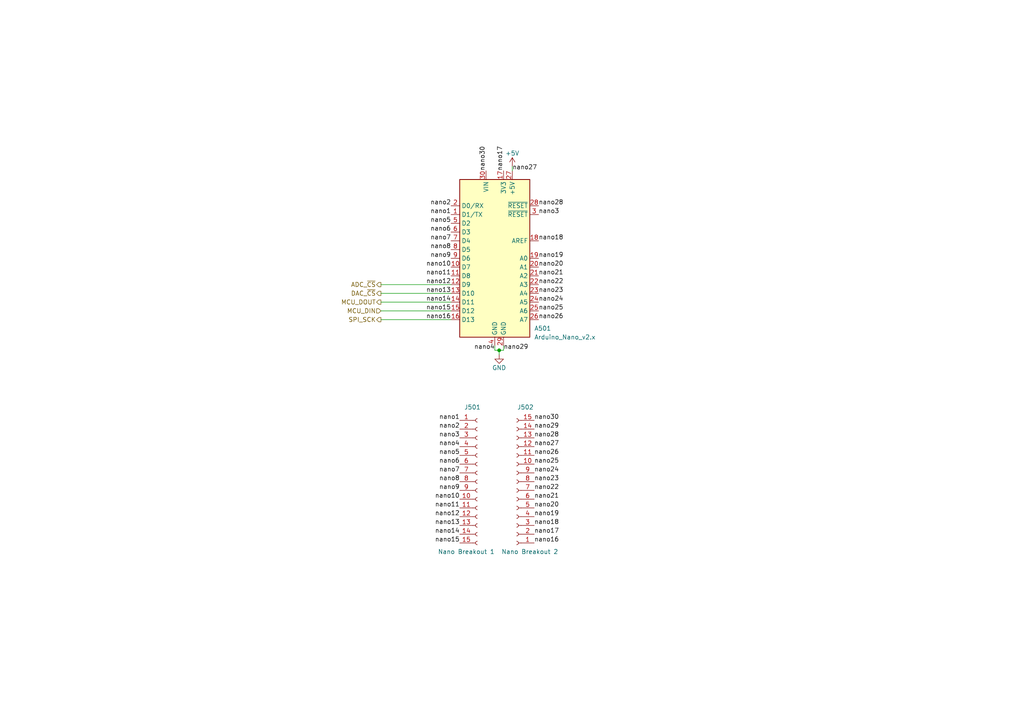
<source format=kicad_sch>
(kicad_sch (version 20211123) (generator eeschema)
  (paper "A4")
  (lib_symbols
    (symbol "Connector:Conn_01x15_Female" (pin_names (offset 1.016) hide)
      (property "Reference" "J" (at 0 20.32 0))
      (property "Value" "Conn_01x15_Female" (at 0 -20.32 0))
      (symbol "Conn_01x15_Female_1_1"
        (arc (start 0 -17.272) (mid -0.508 -17.78) (end 0 -18.288) (stroke (width 0.1524)))
        (arc (start 0 -14.732) (mid -0.508 -15.24) (end 0 -15.748) (stroke (width 0.1524)))
        (arc (start 0 -12.192) (mid -0.508 -12.7) (end 0 -13.208) (stroke (width 0.1524)))
        (arc (start 0 -9.652) (mid -0.508 -10.16) (end 0 -10.668) (stroke (width 0.1524)))
        (arc (start 0 -7.112) (mid -0.508 -7.62) (end 0 -8.128) (stroke (width 0.1524)))
        (arc (start 0 -4.572) (mid -0.508 -5.08) (end 0 -5.588) (stroke (width 0.1524)))
        (arc (start 0 -2.032) (mid -0.508 -2.54) (end 0 -3.048) (stroke (width 0.1524)))
        (polyline (pts (xy -1.27 -17.78) (xy -0.508 -17.78)) (stroke (width 0.1524)))
        (polyline (pts (xy -1.27 -15.24) (xy -0.508 -15.24)) (stroke (width 0.1524)))
        (polyline (pts (xy -1.27 -12.7) (xy -0.508 -12.7)) (stroke (width 0.1524)))
        (polyline (pts (xy -1.27 -10.16) (xy -0.508 -10.16)) (stroke (width 0.1524)))
        (polyline (pts (xy -1.27 -7.62) (xy -0.508 -7.62)) (stroke (width 0.1524)))
        (polyline (pts (xy -1.27 -5.08) (xy -0.508 -5.08)) (stroke (width 0.1524)))
        (polyline (pts (xy -1.27 -2.54) (xy -0.508 -2.54)) (stroke (width 0.1524)))
        (polyline (pts (xy -1.27 0) (xy -0.508 0)) (stroke (width 0.1524)))
        (polyline (pts (xy -1.27 2.54) (xy -0.508 2.54)) (stroke (width 0.1524)))
        (polyline (pts (xy -1.27 5.08) (xy -0.508 5.08)) (stroke (width 0.1524)))
        (polyline (pts (xy -1.27 7.62) (xy -0.508 7.62)) (stroke (width 0.1524)))
        (polyline (pts (xy -1.27 10.16) (xy -0.508 10.16)) (stroke (width 0.1524)))
        (polyline (pts (xy -1.27 12.7) (xy -0.508 12.7)) (stroke (width 0.1524)))
        (polyline (pts (xy -1.27 15.24) (xy -0.508 15.24)) (stroke (width 0.1524)))
        (polyline (pts (xy -1.27 17.78) (xy -0.508 17.78)) (stroke (width 0.1524)))
        (arc (start 0 0.508) (mid -0.508 0) (end 0 -0.508) (stroke (width 0.1524)))
        (arc (start 0 3.048) (mid -0.508 2.54) (end 0 2.032) (stroke (width 0.1524)))
        (arc (start 0 5.588) (mid -0.508 5.08) (end 0 4.572) (stroke (width 0.1524)))
        (arc (start 0 8.128) (mid -0.508 7.62) (end 0 7.112) (stroke (width 0.1524)))
        (arc (start 0 10.668) (mid -0.508 10.16) (end 0 9.652) (stroke (width 0.1524)))
        (arc (start 0 13.208) (mid -0.508 12.7) (end 0 12.192) (stroke (width 0.1524)))
        (arc (start 0 15.748) (mid -0.508 15.24) (end 0 14.732) (stroke (width 0.1524)))
        (arc (start 0 18.288) (mid -0.508 17.78) (end 0 17.272) (stroke (width 0.1524)))
        (pin passive line (at -5.08 17.78 0) (length 3.81) (name "Pin_1") (number "1"))
        (pin passive line (at -5.08 -5.08 0) (length 3.81) (name "Pin_10") (number "10"))
        (pin passive line (at -5.08 -7.62 0) (length 3.81) (name "Pin_11") (number "11"))
        (pin passive line (at -5.08 -10.16 0) (length 3.81) (name "Pin_12") (number "12"))
        (pin passive line (at -5.08 -12.7 0) (length 3.81) (name "Pin_13") (number "13"))
        (pin passive line (at -5.08 -15.24 0) (length 3.81) (name "Pin_14") (number "14"))
        (pin passive line (at -5.08 -17.78 0) (length 3.81) (name "Pin_15") (number "15"))
        (pin passive line (at -5.08 15.24 0) (length 3.81) (name "Pin_2") (number "2"))
        (pin passive line (at -5.08 12.7 0) (length 3.81) (name "Pin_3") (number "3"))
        (pin passive line (at -5.08 10.16 0) (length 3.81) (name "Pin_4") (number "4"))
        (pin passive line (at -5.08 7.62 0) (length 3.81) (name "Pin_5") (number "5"))
        (pin passive line (at -5.08 5.08 0) (length 3.81) (name "Pin_6") (number "6"))
        (pin passive line (at -5.08 2.54 0) (length 3.81) (name "Pin_7") (number "7"))
        (pin passive line (at -5.08 0 0) (length 3.81) (name "Pin_8") (number "8"))
        (pin passive line (at -5.08 -2.54 0) (length 3.81) (name "Pin_9") (number "9"))
      )
    )
    (symbol "MCU_Module:Arduino_Nano_v2.x"
      (property "Reference" "A" (at -10.16 23.495 0))
      (property "Value" "Arduino_Nano_v2.x" (at 5.08 -24.13 0))
      (symbol "Arduino_Nano_v2.x_0_1"
        (rectangle (start -10.16 22.86) (end 10.16 -22.86) (stroke (width 0.254)) (fill (type background)))
      )
      (symbol "Arduino_Nano_v2.x_1_1"
        (pin bidirectional line (at -12.7 12.7 0) (length 2.54) (name "D1/TX") (number "1"))
        (pin bidirectional line (at -12.7 -2.54 0) (length 2.54) (name "D7") (number "10"))
        (pin bidirectional line (at -12.7 -5.08 0) (length 2.54) (name "D8") (number "11"))
        (pin bidirectional line (at -12.7 -7.62 0) (length 2.54) (name "D9") (number "12"))
        (pin bidirectional line (at -12.7 -10.16 0) (length 2.54) (name "D10") (number "13"))
        (pin bidirectional line (at -12.7 -12.7 0) (length 2.54) (name "D11") (number "14"))
        (pin bidirectional line (at -12.7 -15.24 0) (length 2.54) (name "D12") (number "15"))
        (pin bidirectional line (at -12.7 -17.78 0) (length 2.54) (name "D13") (number "16"))
        (pin power_out line (at 2.54 25.4 270) (length 2.54) (name "3V3") (number "17"))
        (pin input line (at 12.7 5.08 180) (length 2.54) (name "AREF") (number "18"))
        (pin bidirectional line (at 12.7 0 180) (length 2.54) (name "A0") (number "19"))
        (pin bidirectional line (at -12.7 15.24 0) (length 2.54) (name "D0/RX") (number "2"))
        (pin bidirectional line (at 12.7 -2.54 180) (length 2.54) (name "A1") (number "20"))
        (pin bidirectional line (at 12.7 -5.08 180) (length 2.54) (name "A2") (number "21"))
        (pin bidirectional line (at 12.7 -7.62 180) (length 2.54) (name "A3") (number "22"))
        (pin bidirectional line (at 12.7 -10.16 180) (length 2.54) (name "A4") (number "23"))
        (pin bidirectional line (at 12.7 -12.7 180) (length 2.54) (name "A5") (number "24"))
        (pin bidirectional line (at 12.7 -15.24 180) (length 2.54) (name "A6") (number "25"))
        (pin bidirectional line (at 12.7 -17.78 180) (length 2.54) (name "A7") (number "26"))
        (pin power_out line (at 5.08 25.4 270) (length 2.54) (name "+5V") (number "27"))
        (pin input line (at 12.7 15.24 180) (length 2.54) (name "~{RESET}") (number "28"))
        (pin power_in line (at 2.54 -25.4 90) (length 2.54) (name "GND") (number "29"))
        (pin input line (at 12.7 12.7 180) (length 2.54) (name "~{RESET}") (number "3"))
        (pin power_in line (at -2.54 25.4 270) (length 2.54) (name "VIN") (number "30"))
        (pin power_in line (at 0 -25.4 90) (length 2.54) (name "GND") (number "4"))
        (pin bidirectional line (at -12.7 10.16 0) (length 2.54) (name "D2") (number "5"))
        (pin bidirectional line (at -12.7 7.62 0) (length 2.54) (name "D3") (number "6"))
        (pin bidirectional line (at -12.7 5.08 0) (length 2.54) (name "D4") (number "7"))
        (pin bidirectional line (at -12.7 2.54 0) (length 2.54) (name "D5") (number "8"))
        (pin bidirectional line (at -12.7 0 0) (length 2.54) (name "D6") (number "9"))
      )
    )
    (symbol "power:+5V" (power) (pin_names (offset 0))
      (property "Value" "+5V" (at 0 3.556 0))
      (symbol "+5V_0_1"
        (polyline (pts (xy -0.762 1.27) (xy 0 2.54)))
        (polyline (pts (xy 0 0) (xy 0 2.54)))
        (polyline (pts (xy 0 2.54) (xy 0.762 1.27)))
      )
      (symbol "+5V_1_1"
        (pin power_in line (at 0 0 90) (length 0) hide (name "+5V") (number "1"))
      )
    )
    (symbol "power:GND" (power) (pin_names (offset 0))
      (property "Value" "GND" (at 0 -3.81 0))
      (symbol "GND_0_1"
        (polyline (pts (xy 0 0) (xy 0 -1.27) (xy 1.27 -1.27) (xy 0 -2.54) (xy -1.27 -1.27) (xy 0 -1.27)))
      )
      (symbol "GND_1_1"
        (pin power_in line (at 0 0 270) (length 0) hide (name "GND") (number "1"))
      )
    )
  )
  (junction (at 144.78 101.6))
  (wire (pts (xy 144.78 101.6) (xy 144.78 102.87)))
  (wire (pts (xy 143.51 101.6) (xy 144.78 101.6)))
  (wire (pts (xy 146.05 101.6) (xy 146.05 100.33)))
  (wire (pts (xy 110.49 85.09) (xy 130.81 85.09)))
  (wire (pts (xy 110.49 82.55) (xy 130.81 82.55)))
  (wire (pts (xy 110.49 92.71) (xy 130.81 92.71)))
  (wire (pts (xy 110.49 90.17) (xy 130.81 90.17)))
  (wire (pts (xy 110.49 87.63) (xy 130.81 87.63)))
  (wire (pts (xy 144.78 101.6) (xy 146.05 101.6)))
  (wire (pts (xy 143.51 100.33) (xy 143.51 101.6)))
  (wire (pts (xy 148.59 48.26) (xy 148.59 49.53)))
  (label "nano24" (at 154.94 137.16 0))
  (label "nano29" (at 146.05 101.6 0))
  (label "nano23" (at 154.94 139.7 0))
  (label "nano26" (at 156.21 92.71 0))
  (label "nano24" (at 156.21 87.63 0))
  (label "nano4" (at 143.51 101.6 180))
  (label "nano5" (at 133.35 132.08 180))
  (label "nano12" (at 133.35 149.86 180))
  (label "nano19" (at 156.21 74.93 0))
  (label "nano6" (at 130.81 67.31 180))
  (label "nano8" (at 133.35 139.7 180))
  (label "nano1" (at 133.35 121.92 180))
  (label "nano15" (at 133.35 157.48 180))
  (label "nano10" (at 133.35 144.78 180))
  (label "nano28" (at 156.21 59.69 0))
  (label "nano21" (at 154.94 144.78 0))
  (label "nano4" (at 133.35 129.54 180))
  (label "nano29" (at 154.94 124.46 0))
  (label "nano7" (at 133.35 137.16 180))
  (label "nano16" (at 154.94 157.48 0))
  (label "nano28" (at 154.94 127 0))
  (label "nano27" (at 154.94 129.54 0))
  (label "nano22" (at 154.94 142.24 0))
  (label "nano11" (at 130.81 80.01 180))
  (label "nano1" (at 130.81 62.23 180))
  (label "nano14" (at 133.35 154.94 180))
  (label "nano10" (at 130.81 77.47 180))
  (label "nano2" (at 133.35 124.46 180))
  (label "nano12" (at 130.81 82.55 180))
  (label "nano27" (at 148.59 49.53 0))
  (label "nano26" (at 154.94 132.08 0))
  (label "nano14" (at 130.81 87.63 180))
  (label "nano18" (at 156.21 69.85 0))
  (label "nano30" (at 154.94 121.92 0))
  (label "nano20" (at 156.21 77.47 0))
  (label "nano18" (at 154.94 152.4 0))
  (label "nano5" (at 130.81 64.77 180))
  (label "nano9" (at 130.81 74.93 180))
  (label "nano8" (at 130.81 72.39 180))
  (label "nano30" (at 140.97 49.53 90))
  (label "nano13" (at 130.81 85.09 180))
  (label "nano21" (at 156.21 80.01 0))
  (label "nano25" (at 154.94 134.62 0))
  (label "nano11" (at 133.35 147.32 180))
  (label "nano23" (at 156.21 85.09 0))
  (label "nano7" (at 130.81 69.85 180))
  (label "nano3" (at 156.21 62.23 0))
  (label "nano2" (at 130.81 59.69 180))
  (label "nano17" (at 154.94 154.94 0))
  (label "nano13" (at 133.35 152.4 180))
  (label "nano20" (at 154.94 147.32 0))
  (label "nano17" (at 146.05 49.53 90))
  (label "nano22" (at 156.21 82.55 0))
  (label "nano16" (at 130.81 92.71 180))
  (label "nano19" (at 154.94 149.86 0))
  (label "nano6" (at 133.35 134.62 180))
  (label "nano25" (at 156.21 90.17 0))
  (label "nano15" (at 130.81 90.17 180))
  (label "nano9" (at 133.35 142.24 180))
  (label "nano3" (at 133.35 127 180))
  (hierarchical_label "SPI_SCK" (shape output) (at 110.49 92.71 180))
  (hierarchical_label "ADC_~{CS}" (shape output) (at 110.49 82.55 180))
  (hierarchical_label "MCU_DIN" (shape input) (at 110.49 90.17 180))
  (hierarchical_label "DAC_~{CS}" (shape output) (at 110.49 85.09 180))
  (hierarchical_label "MCU_DOUT" (shape output) (at 110.49 87.63 180))
  (symbol (lib_id "MCU_Module:Arduino_Nano_v2.x") (at 143.51 74.93 0) (unit 1)
    (property "Reference" "A501" (at 154.94 95.25 0) (effects (justify left)))
    (property "Value" "Arduino_Nano_v2.x" (at 154.94 97.79 0) (effects (justify left)))
    (property "Footprint" "Module:Arduino_Nano" (effects hide))
    (property "Datasheet" "https://www.arduino.cc/en/uploads/Main/ArduinoNanoManual23.pdf" (effects hide))
  )
  (symbol (lib_id "power:+5V") (at 148.59 48.26 0) (unit 1)
    (property "Reference" "#PWR0501" (effects hide))
    (property "Value" "+5V" (at 148.59 44.45 0))
  )
  (symbol (lib_id "Connector:Conn_01x15_Female") (at 149.86 139.7 180) (unit 1)
    (property "Reference" "J502" (at 152.4 118.11 0))
    (property "Value" "Nano Breakout 2" (at 153.67 160.02 0))
    (property "Footprint" "Connector_PinSocket_2.54mm:PinSocket_1x15_P2.54mm_Vertical" (effects hide))
  )
  (symbol (lib_id "Connector:Conn_01x15_Female") (at 138.43 139.7 0) (unit 1)
    (property "Reference" "J501" (at 134.62 118.11 0) (effects (justify left)))
    (property "Value" "Nano Breakout 1" (at 127 160.02 0) (effects (justify left)))
    (property "Footprint" "Connector_PinSocket_2.54mm:PinSocket_1x15_P2.54mm_Vertical" (effects hide))
  )
  (symbol (lib_id "power:GND") (at 144.78 102.87 0) (unit 1)
    (property "Reference" "#PWR0502" (effects hide))
    (property "Value" "GND" (at 144.78 106.68 0))
  )
)
</source>
